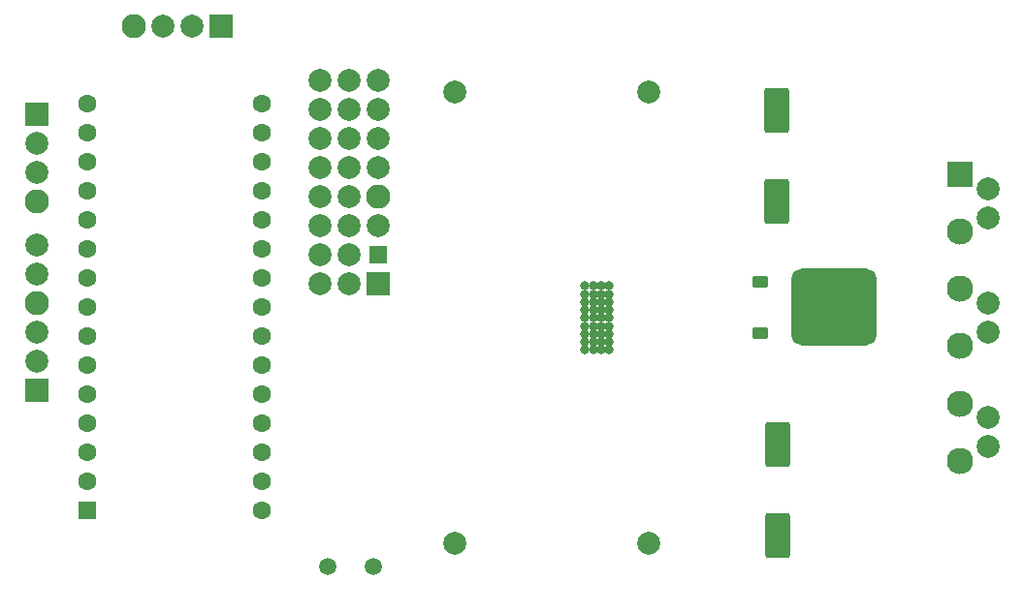
<source format=gts>
G04 Layer_Color=8388736*
%FSLAX43Y43*%
%MOMM*%
G71*
G01*
G75*
%ADD24C,1.500*%
G04:AMPARAMS|DCode=60|XSize=2.22mm|YSize=3.96mm|CornerRadius=0.315mm|HoleSize=0mm|Usage=FLASHONLY|Rotation=0.000|XOffset=0mm|YOffset=0mm|HoleType=Round|Shape=RoundedRectangle|*
%AMROUNDEDRECTD60*
21,1,2.220,3.330,0,0,0.0*
21,1,1.590,3.960,0,0,0.0*
1,1,0.630,0.795,-1.665*
1,1,0.630,-0.795,-1.665*
1,1,0.630,-0.795,1.665*
1,1,0.630,0.795,1.665*
%
%ADD60ROUNDEDRECTD60*%
G04:AMPARAMS|DCode=61|XSize=6.704mm|YSize=7.415mm|CornerRadius=0.875mm|HoleSize=0mm|Usage=FLASHONLY|Rotation=270.000|XOffset=0mm|YOffset=0mm|HoleType=Round|Shape=RoundedRectangle|*
%AMROUNDEDRECTD61*
21,1,6.704,5.664,0,0,270.0*
21,1,4.953,7.415,0,0,270.0*
1,1,1.751,-2.832,-2.477*
1,1,1.751,-2.832,2.477*
1,1,1.751,2.832,2.477*
1,1,1.751,2.832,-2.477*
%
%ADD61ROUNDEDRECTD61*%
G04:AMPARAMS|DCode=62|XSize=1.04mm|YSize=1.421mm|CornerRadius=0.167mm|HoleSize=0mm|Usage=FLASHONLY|Rotation=270.000|XOffset=0mm|YOffset=0mm|HoleType=Round|Shape=RoundedRectangle|*
%AMROUNDEDRECTD62*
21,1,1.040,1.086,0,0,270.0*
21,1,0.705,1.421,0,0,270.0*
1,1,0.335,-0.543,-0.352*
1,1,0.335,-0.543,0.352*
1,1,0.335,0.543,0.352*
1,1,0.335,0.543,-0.352*
%
%ADD62ROUNDEDRECTD62*%
%ADD63C,2.000*%
%ADD64R,1.500X1.500*%
%ADD65R,2.000X2.000*%
%ADD66C,2.103*%
%ADD67C,1.600*%
%ADD68R,1.500X1.500*%
%ADD69R,2.000X2.000*%
%ADD70C,0.100*%
%ADD71C,2.300*%
%ADD72R,2.300X2.300*%
%ADD73C,0.800*%
D24*
X28267Y6264D02*
D03*
X32267D02*
D03*
D60*
X67611Y8909D02*
D03*
Y16869D02*
D03*
X67511Y46119D02*
D03*
Y38159D02*
D03*
D61*
X72500Y28900D02*
D03*
D62*
X66048Y26639D02*
D03*
Y31161D02*
D03*
D63*
X32667Y41124D02*
D03*
Y43664D02*
D03*
Y48744D02*
D03*
Y46204D02*
D03*
X30127D02*
D03*
Y48744D02*
D03*
Y43664D02*
D03*
Y41124D02*
D03*
X27587D02*
D03*
Y43664D02*
D03*
Y48744D02*
D03*
Y46204D02*
D03*
Y38584D02*
D03*
Y36044D02*
D03*
Y33504D02*
D03*
Y30964D02*
D03*
X30127D02*
D03*
Y33504D02*
D03*
Y36044D02*
D03*
Y38584D02*
D03*
X32667Y36044D02*
D03*
X56367Y47750D02*
D03*
X39367D02*
D03*
X56367Y8250D02*
D03*
X39367D02*
D03*
X2867Y34355D02*
D03*
Y26735D02*
D03*
Y24195D02*
D03*
Y31815D02*
D03*
X2867Y40704D02*
D03*
Y43244D02*
D03*
X13907Y53464D02*
D03*
X16447D02*
D03*
X85943Y29250D02*
D03*
Y26750D02*
D03*
Y19250D02*
D03*
Y16750D02*
D03*
Y39250D02*
D03*
Y36750D02*
D03*
D64*
X32667Y33504D02*
D03*
D65*
Y30964D02*
D03*
X2867Y21655D02*
D03*
X2867Y45784D02*
D03*
D66*
X32667Y38584D02*
D03*
X2867Y29275D02*
D03*
X2867Y38164D02*
D03*
X11367Y53464D02*
D03*
D67*
X22582Y13665D02*
D03*
Y16205D02*
D03*
Y18745D02*
D03*
Y21285D02*
D03*
Y28905D02*
D03*
Y26365D02*
D03*
Y23825D02*
D03*
Y36525D02*
D03*
Y33985D02*
D03*
Y31445D02*
D03*
Y44145D02*
D03*
Y41605D02*
D03*
Y39065D02*
D03*
Y46685D02*
D03*
Y11125D02*
D03*
X7342Y46685D02*
D03*
Y39065D02*
D03*
Y41605D02*
D03*
Y44145D02*
D03*
Y31445D02*
D03*
Y33985D02*
D03*
Y36525D02*
D03*
Y23825D02*
D03*
Y26365D02*
D03*
Y28905D02*
D03*
Y21285D02*
D03*
Y18745D02*
D03*
Y16205D02*
D03*
Y13665D02*
D03*
D68*
Y11125D02*
D03*
D69*
X18987Y53464D02*
D03*
D70*
X3500Y3500D02*
D03*
Y52500D02*
D03*
X61500D02*
D03*
Y3500D02*
D03*
D71*
X83543Y20500D02*
D03*
X83543Y30500D02*
D03*
X83543Y35500D02*
D03*
X83543Y25500D02*
D03*
Y15500D02*
D03*
D72*
Y40500D02*
D03*
D73*
X51467Y28664D02*
D03*
X50767Y28664D02*
D03*
X52167Y28664D02*
D03*
X51467Y27964D02*
D03*
X50767Y27964D02*
D03*
X52167Y27964D02*
D03*
X51467Y27264D02*
D03*
X50767Y27264D02*
D03*
X52167Y27264D02*
D03*
X51467Y26564D02*
D03*
X50767Y26564D02*
D03*
X52167Y26564D02*
D03*
Y25164D02*
D03*
Y25864D02*
D03*
X50767Y25864D02*
D03*
X51467Y25864D02*
D03*
X50767Y25164D02*
D03*
X51467Y25164D02*
D03*
X52167Y29364D02*
D03*
X50767Y29364D02*
D03*
X51467Y29364D02*
D03*
X52167Y30064D02*
D03*
X50767Y30064D02*
D03*
X51467Y30064D02*
D03*
X52167Y30764D02*
D03*
X50767Y30764D02*
D03*
X51467Y30764D02*
D03*
X52867Y30764D02*
D03*
Y30064D02*
D03*
Y29364D02*
D03*
Y25164D02*
D03*
Y25864D02*
D03*
Y26564D02*
D03*
Y27264D02*
D03*
Y27964D02*
D03*
Y28664D02*
D03*
M02*

</source>
